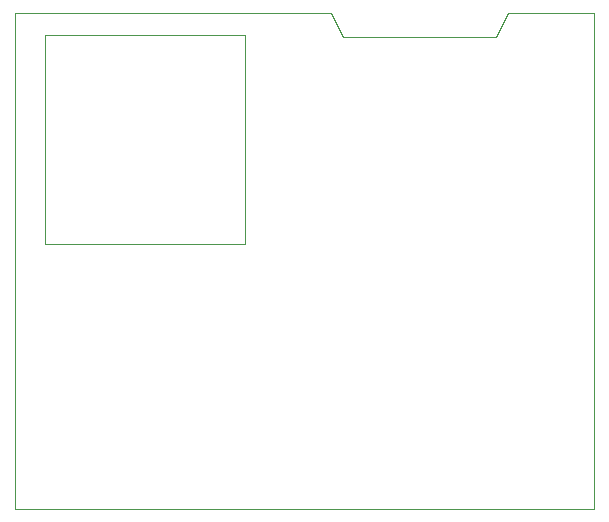
<source format=gbr>
%TF.GenerationSoftware,KiCad,Pcbnew,6.0.0*%
%TF.CreationDate,2022-06-11T19:07:52+02:00*%
%TF.ProjectId,cowdin-3c-esp-ui,636f7764-696e-42d3-9363-2d6573702d75,1*%
%TF.SameCoordinates,Original*%
%TF.FileFunction,Profile,NP*%
%FSLAX46Y46*%
G04 Gerber Fmt 4.6, Leading zero omitted, Abs format (unit mm)*
G04 Created by KiCad (PCBNEW 6.0.0) date 2022-06-11 19:07:52*
%MOMM*%
%LPD*%
G01*
G04 APERTURE LIST*
%TA.AperFunction,Profile*%
%ADD10C,0.100000*%
%TD*%
G04 APERTURE END LIST*
D10*
X143500000Y-85900000D02*
X143500000Y-103600000D01*
X126500000Y-103600000D02*
X126500000Y-85900000D01*
X151750000Y-86000000D02*
X150750000Y-84000000D01*
X173000000Y-126000000D02*
X124000000Y-126000000D01*
X143500000Y-103600000D02*
X126500000Y-103600000D01*
X165750000Y-84000000D02*
X173000000Y-84000000D01*
X164750000Y-86000000D02*
X165750000Y-84000000D01*
X151750000Y-86000000D02*
X164750000Y-86000000D01*
X124000000Y-126000000D02*
X124000000Y-84000000D01*
X126500000Y-85900000D02*
X143500000Y-85900000D01*
X173000000Y-84000000D02*
X173000000Y-126000000D01*
X124000000Y-84000000D02*
X150750000Y-84000000D01*
M02*

</source>
